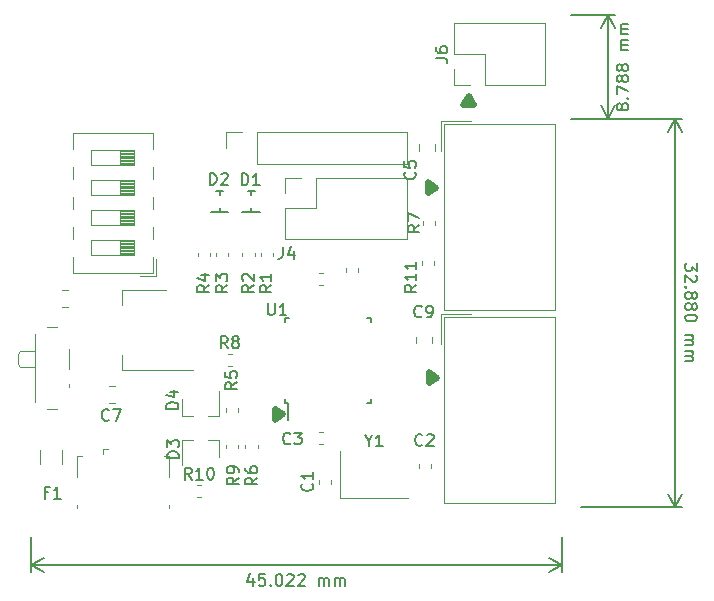
<source format=gbr>
G04 #@! TF.GenerationSoftware,KiCad,Pcbnew,(5.1.0-0)*
G04 #@! TF.CreationDate,2020-05-26T23:43:54-04:00*
G04 #@! TF.ProjectId,ROCKETasp_v3,524f434b-4554-4617-9370-5f76332e6b69,3.0*
G04 #@! TF.SameCoordinates,Original*
G04 #@! TF.FileFunction,Legend,Top*
G04 #@! TF.FilePolarity,Positive*
%FSLAX46Y46*%
G04 Gerber Fmt 4.6, Leading zero omitted, Abs format (unit mm)*
G04 Created by KiCad (PCBNEW (5.1.0-0)) date 2020-05-26 23:43:54*
%MOMM*%
%LPD*%
G04 APERTURE LIST*
%ADD10C,0.500000*%
%ADD11C,0.150000*%
%ADD12C,0.120000*%
G04 APERTURE END LIST*
D10*
X137160000Y-98158300D02*
X137604500Y-98856800D01*
X137604500Y-98856800D02*
X136690100Y-98856800D01*
X136690100Y-98856800D02*
X137160000Y-98158300D01*
D11*
X150088452Y-99119890D02*
X150040833Y-99215128D01*
X149993214Y-99262747D01*
X149897976Y-99310366D01*
X149850357Y-99310366D01*
X149755119Y-99262747D01*
X149707500Y-99215128D01*
X149659880Y-99119890D01*
X149659880Y-98929414D01*
X149707500Y-98834176D01*
X149755119Y-98786557D01*
X149850357Y-98738938D01*
X149897976Y-98738938D01*
X149993214Y-98786557D01*
X150040833Y-98834176D01*
X150088452Y-98929414D01*
X150088452Y-99119890D01*
X150136071Y-99215128D01*
X150183690Y-99262747D01*
X150278928Y-99310366D01*
X150469404Y-99310366D01*
X150564642Y-99262747D01*
X150612261Y-99215128D01*
X150659880Y-99119890D01*
X150659880Y-98929414D01*
X150612261Y-98834176D01*
X150564642Y-98786557D01*
X150469404Y-98738938D01*
X150278928Y-98738938D01*
X150183690Y-98786557D01*
X150136071Y-98834176D01*
X150088452Y-98929414D01*
X150564642Y-98310366D02*
X150612261Y-98262747D01*
X150659880Y-98310366D01*
X150612261Y-98357985D01*
X150564642Y-98310366D01*
X150659880Y-98310366D01*
X149659880Y-97929414D02*
X149659880Y-97262747D01*
X150659880Y-97691319D01*
X150088452Y-96738938D02*
X150040833Y-96834176D01*
X149993214Y-96881795D01*
X149897976Y-96929414D01*
X149850357Y-96929414D01*
X149755119Y-96881795D01*
X149707500Y-96834176D01*
X149659880Y-96738938D01*
X149659880Y-96548461D01*
X149707500Y-96453223D01*
X149755119Y-96405604D01*
X149850357Y-96357985D01*
X149897976Y-96357985D01*
X149993214Y-96405604D01*
X150040833Y-96453223D01*
X150088452Y-96548461D01*
X150088452Y-96738938D01*
X150136071Y-96834176D01*
X150183690Y-96881795D01*
X150278928Y-96929414D01*
X150469404Y-96929414D01*
X150564642Y-96881795D01*
X150612261Y-96834176D01*
X150659880Y-96738938D01*
X150659880Y-96548461D01*
X150612261Y-96453223D01*
X150564642Y-96405604D01*
X150469404Y-96357985D01*
X150278928Y-96357985D01*
X150183690Y-96405604D01*
X150136071Y-96453223D01*
X150088452Y-96548461D01*
X150088452Y-95786557D02*
X150040833Y-95881795D01*
X149993214Y-95929414D01*
X149897976Y-95977033D01*
X149850357Y-95977033D01*
X149755119Y-95929414D01*
X149707500Y-95881795D01*
X149659880Y-95786557D01*
X149659880Y-95596080D01*
X149707500Y-95500842D01*
X149755119Y-95453223D01*
X149850357Y-95405604D01*
X149897976Y-95405604D01*
X149993214Y-95453223D01*
X150040833Y-95500842D01*
X150088452Y-95596080D01*
X150088452Y-95786557D01*
X150136071Y-95881795D01*
X150183690Y-95929414D01*
X150278928Y-95977033D01*
X150469404Y-95977033D01*
X150564642Y-95929414D01*
X150612261Y-95881795D01*
X150659880Y-95786557D01*
X150659880Y-95596080D01*
X150612261Y-95500842D01*
X150564642Y-95453223D01*
X150469404Y-95405604D01*
X150278928Y-95405604D01*
X150183690Y-95453223D01*
X150136071Y-95500842D01*
X150088452Y-95596080D01*
X150659880Y-94215128D02*
X149993214Y-94215128D01*
X150088452Y-94215128D02*
X150040833Y-94167509D01*
X149993214Y-94072271D01*
X149993214Y-93929414D01*
X150040833Y-93834176D01*
X150136071Y-93786557D01*
X150659880Y-93786557D01*
X150136071Y-93786557D02*
X150040833Y-93738938D01*
X149993214Y-93643700D01*
X149993214Y-93500842D01*
X150040833Y-93405604D01*
X150136071Y-93357985D01*
X150659880Y-93357985D01*
X150659880Y-92881795D02*
X149993214Y-92881795D01*
X150088452Y-92881795D02*
X150040833Y-92834176D01*
X149993214Y-92738938D01*
X149993214Y-92596080D01*
X150040833Y-92500842D01*
X150136071Y-92453223D01*
X150659880Y-92453223D01*
X150136071Y-92453223D02*
X150040833Y-92405604D01*
X149993214Y-92310366D01*
X149993214Y-92167509D01*
X150040833Y-92072271D01*
X150136071Y-92024652D01*
X150659880Y-92024652D01*
X148907500Y-100037900D02*
X148907500Y-91249500D01*
X145834100Y-100037900D02*
X149493921Y-100037900D01*
X145834100Y-91249500D02*
X149493921Y-91249500D01*
X148907500Y-91249500D02*
X149493921Y-92376004D01*
X148907500Y-91249500D02*
X148321079Y-92376004D01*
X148907500Y-100037900D02*
X149493921Y-98911396D01*
X148907500Y-100037900D02*
X148321079Y-98911396D01*
X156444719Y-112287573D02*
X156444719Y-112906621D01*
X156063766Y-112573288D01*
X156063766Y-112716145D01*
X156016147Y-112811383D01*
X155968528Y-112859002D01*
X155873290Y-112906621D01*
X155635195Y-112906621D01*
X155539957Y-112859002D01*
X155492338Y-112811383D01*
X155444719Y-112716145D01*
X155444719Y-112430430D01*
X155492338Y-112335192D01*
X155539957Y-112287573D01*
X156349480Y-113287573D02*
X156397100Y-113335192D01*
X156444719Y-113430430D01*
X156444719Y-113668526D01*
X156397100Y-113763764D01*
X156349480Y-113811383D01*
X156254242Y-113859002D01*
X156159004Y-113859002D01*
X156016147Y-113811383D01*
X155444719Y-113239954D01*
X155444719Y-113859002D01*
X155539957Y-114287573D02*
X155492338Y-114335192D01*
X155444719Y-114287573D01*
X155492338Y-114239954D01*
X155539957Y-114287573D01*
X155444719Y-114287573D01*
X156016147Y-114906621D02*
X156063766Y-114811383D01*
X156111385Y-114763764D01*
X156206623Y-114716145D01*
X156254242Y-114716145D01*
X156349480Y-114763764D01*
X156397100Y-114811383D01*
X156444719Y-114906621D01*
X156444719Y-115097097D01*
X156397100Y-115192335D01*
X156349480Y-115239954D01*
X156254242Y-115287573D01*
X156206623Y-115287573D01*
X156111385Y-115239954D01*
X156063766Y-115192335D01*
X156016147Y-115097097D01*
X156016147Y-114906621D01*
X155968528Y-114811383D01*
X155920909Y-114763764D01*
X155825671Y-114716145D01*
X155635195Y-114716145D01*
X155539957Y-114763764D01*
X155492338Y-114811383D01*
X155444719Y-114906621D01*
X155444719Y-115097097D01*
X155492338Y-115192335D01*
X155539957Y-115239954D01*
X155635195Y-115287573D01*
X155825671Y-115287573D01*
X155920909Y-115239954D01*
X155968528Y-115192335D01*
X156016147Y-115097097D01*
X156016147Y-115859002D02*
X156063766Y-115763764D01*
X156111385Y-115716145D01*
X156206623Y-115668526D01*
X156254242Y-115668526D01*
X156349480Y-115716145D01*
X156397100Y-115763764D01*
X156444719Y-115859002D01*
X156444719Y-116049478D01*
X156397100Y-116144716D01*
X156349480Y-116192335D01*
X156254242Y-116239954D01*
X156206623Y-116239954D01*
X156111385Y-116192335D01*
X156063766Y-116144716D01*
X156016147Y-116049478D01*
X156016147Y-115859002D01*
X155968528Y-115763764D01*
X155920909Y-115716145D01*
X155825671Y-115668526D01*
X155635195Y-115668526D01*
X155539957Y-115716145D01*
X155492338Y-115763764D01*
X155444719Y-115859002D01*
X155444719Y-116049478D01*
X155492338Y-116144716D01*
X155539957Y-116192335D01*
X155635195Y-116239954D01*
X155825671Y-116239954D01*
X155920909Y-116192335D01*
X155968528Y-116144716D01*
X156016147Y-116049478D01*
X156444719Y-116859002D02*
X156444719Y-116954240D01*
X156397100Y-117049478D01*
X156349480Y-117097097D01*
X156254242Y-117144716D01*
X156063766Y-117192335D01*
X155825671Y-117192335D01*
X155635195Y-117144716D01*
X155539957Y-117097097D01*
X155492338Y-117049478D01*
X155444719Y-116954240D01*
X155444719Y-116859002D01*
X155492338Y-116763764D01*
X155539957Y-116716145D01*
X155635195Y-116668526D01*
X155825671Y-116620907D01*
X156063766Y-116620907D01*
X156254242Y-116668526D01*
X156349480Y-116716145D01*
X156397100Y-116763764D01*
X156444719Y-116859002D01*
X155444719Y-118382811D02*
X156111385Y-118382811D01*
X156016147Y-118382811D02*
X156063766Y-118430430D01*
X156111385Y-118525669D01*
X156111385Y-118668526D01*
X156063766Y-118763764D01*
X155968528Y-118811383D01*
X155444719Y-118811383D01*
X155968528Y-118811383D02*
X156063766Y-118859002D01*
X156111385Y-118954240D01*
X156111385Y-119097097D01*
X156063766Y-119192335D01*
X155968528Y-119239954D01*
X155444719Y-119239954D01*
X155444719Y-119716145D02*
X156111385Y-119716145D01*
X156016147Y-119716145D02*
X156063766Y-119763764D01*
X156111385Y-119859002D01*
X156111385Y-120001859D01*
X156063766Y-120097097D01*
X155968528Y-120144716D01*
X155444719Y-120144716D01*
X155968528Y-120144716D02*
X156063766Y-120192335D01*
X156111385Y-120287573D01*
X156111385Y-120430430D01*
X156063766Y-120525669D01*
X155968528Y-120573288D01*
X155444719Y-120573288D01*
X154597100Y-100037900D02*
X154597100Y-132918200D01*
X146659600Y-100037900D02*
X155183521Y-100037900D01*
X146659600Y-132918200D02*
X155183521Y-132918200D01*
X154597100Y-132918200D02*
X154010679Y-131791696D01*
X154597100Y-132918200D02*
X155183521Y-131791696D01*
X154597100Y-100037900D02*
X154010679Y-101164404D01*
X154597100Y-100037900D02*
X155183521Y-101164404D01*
X118881983Y-138918814D02*
X118881983Y-139585480D01*
X118643888Y-138537861D02*
X118405792Y-139252147D01*
X119024840Y-139252147D01*
X119881983Y-138585480D02*
X119405792Y-138585480D01*
X119358173Y-139061671D01*
X119405792Y-139014052D01*
X119501030Y-138966433D01*
X119739126Y-138966433D01*
X119834364Y-139014052D01*
X119881983Y-139061671D01*
X119929602Y-139156909D01*
X119929602Y-139395004D01*
X119881983Y-139490242D01*
X119834364Y-139537861D01*
X119739126Y-139585480D01*
X119501030Y-139585480D01*
X119405792Y-139537861D01*
X119358173Y-139490242D01*
X120358173Y-139490242D02*
X120405792Y-139537861D01*
X120358173Y-139585480D01*
X120310554Y-139537861D01*
X120358173Y-139490242D01*
X120358173Y-139585480D01*
X121024840Y-138585480D02*
X121120078Y-138585480D01*
X121215316Y-138633100D01*
X121262935Y-138680719D01*
X121310554Y-138775957D01*
X121358173Y-138966433D01*
X121358173Y-139204528D01*
X121310554Y-139395004D01*
X121262935Y-139490242D01*
X121215316Y-139537861D01*
X121120078Y-139585480D01*
X121024840Y-139585480D01*
X120929602Y-139537861D01*
X120881983Y-139490242D01*
X120834364Y-139395004D01*
X120786745Y-139204528D01*
X120786745Y-138966433D01*
X120834364Y-138775957D01*
X120881983Y-138680719D01*
X120929602Y-138633100D01*
X121024840Y-138585480D01*
X121739126Y-138680719D02*
X121786745Y-138633100D01*
X121881983Y-138585480D01*
X122120078Y-138585480D01*
X122215316Y-138633100D01*
X122262935Y-138680719D01*
X122310554Y-138775957D01*
X122310554Y-138871195D01*
X122262935Y-139014052D01*
X121691507Y-139585480D01*
X122310554Y-139585480D01*
X122691507Y-138680719D02*
X122739126Y-138633100D01*
X122834364Y-138585480D01*
X123072459Y-138585480D01*
X123167697Y-138633100D01*
X123215316Y-138680719D01*
X123262935Y-138775957D01*
X123262935Y-138871195D01*
X123215316Y-139014052D01*
X122643888Y-139585480D01*
X123262935Y-139585480D01*
X124453411Y-139585480D02*
X124453411Y-138918814D01*
X124453411Y-139014052D02*
X124501030Y-138966433D01*
X124596269Y-138918814D01*
X124739126Y-138918814D01*
X124834364Y-138966433D01*
X124881983Y-139061671D01*
X124881983Y-139585480D01*
X124881983Y-139061671D02*
X124929602Y-138966433D01*
X125024840Y-138918814D01*
X125167697Y-138918814D01*
X125262935Y-138966433D01*
X125310554Y-139061671D01*
X125310554Y-139585480D01*
X125786745Y-139585480D02*
X125786745Y-138918814D01*
X125786745Y-139014052D02*
X125834364Y-138966433D01*
X125929602Y-138918814D01*
X126072459Y-138918814D01*
X126167697Y-138966433D01*
X126215316Y-139061671D01*
X126215316Y-139585480D01*
X126215316Y-139061671D02*
X126262935Y-138966433D01*
X126358173Y-138918814D01*
X126501030Y-138918814D01*
X126596269Y-138966433D01*
X126643888Y-139061671D01*
X126643888Y-139585480D01*
X100037900Y-137833100D02*
X145059400Y-137833100D01*
X100037900Y-135483600D02*
X100037900Y-138419521D01*
X145059400Y-135483600D02*
X145059400Y-138419521D01*
X145059400Y-137833100D02*
X143932896Y-138419521D01*
X145059400Y-137833100D02*
X143932896Y-137246679D01*
X100037900Y-137833100D02*
X101164404Y-138419521D01*
X100037900Y-137833100D02*
X101164404Y-137246679D01*
D10*
X133705600Y-105397300D02*
X134404100Y-105867200D01*
X133705600Y-106311700D02*
X133705600Y-105397300D01*
X134404100Y-105867200D02*
X133705600Y-106311700D01*
X133781800Y-122415300D02*
X133781800Y-121500900D01*
X133781800Y-121500900D02*
X134480300Y-121970800D01*
X134480300Y-121970800D02*
X133781800Y-122415300D01*
X120708420Y-125498860D02*
X120708420Y-124584460D01*
X121427240Y-125067060D02*
X120728740Y-125511560D01*
X120728740Y-124597160D02*
X121427240Y-125067060D01*
D12*
X125452600Y-130934679D02*
X125452600Y-130609121D01*
X124432600Y-130934679D02*
X124432600Y-130609121D01*
X132903500Y-129250221D02*
X132903500Y-129575779D01*
X133923500Y-129250221D02*
X133923500Y-129575779D01*
X124469941Y-126563660D02*
X124795499Y-126563660D01*
X124469941Y-127583660D02*
X124795499Y-127583660D01*
X127738600Y-112702121D02*
X127738600Y-113027679D01*
X126718600Y-112702121D02*
X126718600Y-113027679D01*
X132894000Y-102217722D02*
X132894000Y-102734878D01*
X134314000Y-102217722D02*
X134314000Y-102734878D01*
X124457241Y-113111820D02*
X124782799Y-113111820D01*
X124457241Y-114131820D02*
X124782799Y-114131820D01*
X106675422Y-124103200D02*
X107192578Y-124103200D01*
X106675422Y-122683200D02*
X107192578Y-122683200D01*
X103192078Y-116000600D02*
X102674922Y-116000600D01*
X103192078Y-114580600D02*
X102674922Y-114580600D01*
X134060000Y-118486422D02*
X134060000Y-119003578D01*
X132640000Y-118486422D02*
X132640000Y-119003578D01*
D11*
X119479760Y-107943880D02*
X117979760Y-107943880D01*
X118729760Y-107878880D02*
X118729760Y-107628880D01*
X119029760Y-106128880D02*
X118429760Y-106128880D01*
X118729760Y-106178880D02*
X118729760Y-106478880D01*
X116037360Y-106178880D02*
X116037360Y-106478880D01*
X116337360Y-106128880D02*
X115737360Y-106128880D01*
X116037360Y-107878880D02*
X116037360Y-107628880D01*
X116787360Y-107943880D02*
X115287360Y-107943880D01*
D12*
X116007000Y-127230600D02*
X116007000Y-128690600D01*
X112847000Y-127230600D02*
X112847000Y-129390600D01*
X112847000Y-127230600D02*
X113777000Y-127230600D01*
X116007000Y-127230600D02*
X115077000Y-127230600D01*
X112834300Y-125220000D02*
X113764300Y-125220000D01*
X115994300Y-125220000D02*
X115064300Y-125220000D01*
X115994300Y-125220000D02*
X115994300Y-123060000D01*
X112834300Y-125220000D02*
X112834300Y-123760000D01*
X102700500Y-128074336D02*
X102700500Y-129278464D01*
X100880500Y-128074336D02*
X100880500Y-129278464D01*
X103961100Y-128564900D02*
X104411100Y-128564900D01*
X103961100Y-130414900D02*
X103961100Y-128564900D01*
X111761100Y-132964900D02*
X111761100Y-132714900D01*
X103961100Y-132964900D02*
X103961100Y-132714900D01*
X111761100Y-130414900D02*
X111761100Y-128564900D01*
X111761100Y-128564900D02*
X111311100Y-128564900D01*
X106161100Y-128014900D02*
X106611100Y-128014900D01*
X106161100Y-128014900D02*
X106161100Y-128464900D01*
X134825800Y-116548600D02*
X137365800Y-116548600D01*
X134825800Y-116548600D02*
X134825800Y-119088600D01*
X135075800Y-116798600D02*
X144425800Y-116798600D01*
X135075800Y-132578600D02*
X135075800Y-116798600D01*
X144425800Y-132578600D02*
X135075800Y-132578600D01*
X144425800Y-116798600D02*
X144425800Y-132578600D01*
X144425800Y-100466400D02*
X144425800Y-116246400D01*
X144425800Y-116246400D02*
X135075800Y-116246400D01*
X135075800Y-116246400D02*
X135075800Y-100466400D01*
X135075800Y-100466400D02*
X144425800Y-100466400D01*
X134825800Y-100216400D02*
X134825800Y-102756400D01*
X134825800Y-100216400D02*
X137365800Y-100216400D01*
X121593300Y-110219800D02*
X121593300Y-107619800D01*
X121593300Y-110219800D02*
X131873300Y-110219800D01*
X131873300Y-110219800D02*
X131873300Y-105019800D01*
X124193300Y-105019800D02*
X131873300Y-105019800D01*
X124193300Y-107619800D02*
X124193300Y-105019800D01*
X121593300Y-107619800D02*
X124193300Y-107619800D01*
X121593300Y-105019800D02*
X122923300Y-105019800D01*
X121593300Y-106349800D02*
X121593300Y-105019800D01*
X119179340Y-103849480D02*
X119179340Y-101189480D01*
X119179340Y-103849480D02*
X131939340Y-103849480D01*
X131939340Y-103849480D02*
X131939340Y-101189480D01*
X119179340Y-101189480D02*
X131939340Y-101189480D01*
X116579340Y-101189480D02*
X117909340Y-101189480D01*
X116579340Y-102519480D02*
X116579340Y-101189480D01*
X120545320Y-111376241D02*
X120545320Y-111701799D01*
X119525320Y-111376241D02*
X119525320Y-111701799D01*
X117981000Y-111368621D02*
X117981000Y-111694179D01*
X119001000Y-111368621D02*
X119001000Y-111694179D01*
X116753100Y-111371161D02*
X116753100Y-111696719D01*
X115733100Y-111371161D02*
X115733100Y-111696719D01*
X114181160Y-111373701D02*
X114181160Y-111699259D01*
X115201160Y-111373701D02*
X115201160Y-111699259D01*
X116545900Y-124838679D02*
X116545900Y-124513121D01*
X117565900Y-124838679D02*
X117565900Y-124513121D01*
X119255000Y-127629701D02*
X119255000Y-127955259D01*
X118235000Y-127629701D02*
X118235000Y-127955259D01*
X133233700Y-108727021D02*
X133233700Y-109052579D01*
X134253700Y-108727021D02*
X134253700Y-109052579D01*
X116735641Y-119939340D02*
X117061199Y-119939340D01*
X116735641Y-120959340D02*
X117061199Y-120959340D01*
X117604000Y-127955259D02*
X117604000Y-127629701D01*
X116584000Y-127955259D02*
X116584000Y-127629701D01*
X114149921Y-131062000D02*
X114475479Y-131062000D01*
X114149921Y-132082000D02*
X114475479Y-132082000D01*
X133182900Y-112067121D02*
X133182900Y-112392679D01*
X134202900Y-112067121D02*
X134202900Y-112392679D01*
X110415120Y-113095300D02*
X103595120Y-113095300D01*
X110415120Y-101255300D02*
X103595120Y-101255300D01*
X110415120Y-113095300D02*
X110415120Y-111785300D01*
X110415120Y-110185300D02*
X110415120Y-109245300D01*
X110415120Y-107645300D02*
X110415120Y-106705300D01*
X110415120Y-105105300D02*
X110415120Y-104165300D01*
X110415120Y-102565300D02*
X110415120Y-101255300D01*
X103595120Y-102565300D02*
X103595120Y-101255300D01*
X103595120Y-105105300D02*
X103595120Y-104165300D01*
X103595120Y-107645300D02*
X103595120Y-106705300D01*
X103595120Y-113095300D02*
X103595120Y-111785300D01*
X103595120Y-110185300D02*
X103595120Y-109245300D01*
X110655120Y-113335300D02*
X109272120Y-113335300D01*
X110655120Y-113335300D02*
X110655120Y-111952300D01*
X108815120Y-111620300D02*
X108815120Y-110350300D01*
X108815120Y-110350300D02*
X105195120Y-110350300D01*
X105195120Y-110350300D02*
X105195120Y-111620300D01*
X105195120Y-111620300D02*
X108815120Y-111620300D01*
X108815120Y-111500300D02*
X107608453Y-111500300D01*
X108815120Y-111380300D02*
X107608453Y-111380300D01*
X108815120Y-111260300D02*
X107608453Y-111260300D01*
X108815120Y-111140300D02*
X107608453Y-111140300D01*
X108815120Y-111020300D02*
X107608453Y-111020300D01*
X108815120Y-110900300D02*
X107608453Y-110900300D01*
X108815120Y-110780300D02*
X107608453Y-110780300D01*
X108815120Y-110660300D02*
X107608453Y-110660300D01*
X108815120Y-110540300D02*
X107608453Y-110540300D01*
X108815120Y-110420300D02*
X107608453Y-110420300D01*
X107608453Y-111620300D02*
X107608453Y-110350300D01*
X108815120Y-109080300D02*
X108815120Y-107810300D01*
X108815120Y-107810300D02*
X105195120Y-107810300D01*
X105195120Y-107810300D02*
X105195120Y-109080300D01*
X105195120Y-109080300D02*
X108815120Y-109080300D01*
X108815120Y-108960300D02*
X107608453Y-108960300D01*
X108815120Y-108840300D02*
X107608453Y-108840300D01*
X108815120Y-108720300D02*
X107608453Y-108720300D01*
X108815120Y-108600300D02*
X107608453Y-108600300D01*
X108815120Y-108480300D02*
X107608453Y-108480300D01*
X108815120Y-108360300D02*
X107608453Y-108360300D01*
X108815120Y-108240300D02*
X107608453Y-108240300D01*
X108815120Y-108120300D02*
X107608453Y-108120300D01*
X108815120Y-108000300D02*
X107608453Y-108000300D01*
X108815120Y-107880300D02*
X107608453Y-107880300D01*
X107608453Y-109080300D02*
X107608453Y-107810300D01*
X108815120Y-106540300D02*
X108815120Y-105270300D01*
X108815120Y-105270300D02*
X105195120Y-105270300D01*
X105195120Y-105270300D02*
X105195120Y-106540300D01*
X105195120Y-106540300D02*
X108815120Y-106540300D01*
X108815120Y-106420300D02*
X107608453Y-106420300D01*
X108815120Y-106300300D02*
X107608453Y-106300300D01*
X108815120Y-106180300D02*
X107608453Y-106180300D01*
X108815120Y-106060300D02*
X107608453Y-106060300D01*
X108815120Y-105940300D02*
X107608453Y-105940300D01*
X108815120Y-105820300D02*
X107608453Y-105820300D01*
X108815120Y-105700300D02*
X107608453Y-105700300D01*
X108815120Y-105580300D02*
X107608453Y-105580300D01*
X108815120Y-105460300D02*
X107608453Y-105460300D01*
X108815120Y-105340300D02*
X107608453Y-105340300D01*
X107608453Y-106540300D02*
X107608453Y-105270300D01*
X108815120Y-104000300D02*
X108815120Y-102730300D01*
X108815120Y-102730300D02*
X105195120Y-102730300D01*
X105195120Y-102730300D02*
X105195120Y-104000300D01*
X105195120Y-104000300D02*
X108815120Y-104000300D01*
X108815120Y-103880300D02*
X107608453Y-103880300D01*
X108815120Y-103760300D02*
X107608453Y-103760300D01*
X108815120Y-103640300D02*
X107608453Y-103640300D01*
X108815120Y-103520300D02*
X107608453Y-103520300D01*
X108815120Y-103400300D02*
X107608453Y-103400300D01*
X108815120Y-103280300D02*
X107608453Y-103280300D01*
X108815120Y-103160300D02*
X107608453Y-103160300D01*
X108815120Y-103040300D02*
X107608453Y-103040300D01*
X108815120Y-102920300D02*
X107608453Y-102920300D01*
X108815120Y-102800300D02*
X107608453Y-102800300D01*
X107608453Y-104000300D02*
X107608453Y-102730300D01*
X103304200Y-122532600D02*
X103304200Y-122732600D01*
X99164200Y-119732600D02*
X98954200Y-119932600D01*
X99164200Y-121032600D02*
X98954200Y-120832600D01*
X100454200Y-119732600D02*
X99164200Y-119732600D01*
X98954200Y-119932600D02*
X98954200Y-120832600D01*
X99164200Y-121032600D02*
X100454200Y-121032600D01*
X100454200Y-118282600D02*
X100454200Y-123982600D01*
X103304200Y-119532600D02*
X103304200Y-121232600D01*
X102254200Y-117682600D02*
X101464200Y-117682600D01*
X101464200Y-124582600D02*
X102254200Y-124582600D01*
D11*
X121622400Y-124135300D02*
X121847400Y-124135300D01*
X121622400Y-116885300D02*
X121947400Y-116885300D01*
X128872400Y-116885300D02*
X128547400Y-116885300D01*
X128872400Y-124135300D02*
X128547400Y-124135300D01*
X121622400Y-124135300D02*
X121622400Y-123810300D01*
X128872400Y-124135300D02*
X128872400Y-123810300D01*
X128872400Y-116885300D02*
X128872400Y-117210300D01*
X121622400Y-116885300D02*
X121622400Y-117210300D01*
X121847400Y-124135300D02*
X121847400Y-125560300D01*
D12*
X107754500Y-114522200D02*
X107754500Y-115782200D01*
X107754500Y-121342200D02*
X107754500Y-120082200D01*
X111514500Y-114522200D02*
X107754500Y-114522200D01*
X113764500Y-121342200D02*
X107754500Y-121342200D01*
X126233600Y-128136900D02*
X126233600Y-132136900D01*
X126233600Y-132136900D02*
X132033600Y-132136900D01*
X143620800Y-97176900D02*
X143620800Y-91976900D01*
X138480800Y-97176900D02*
X143620800Y-97176900D01*
X135880800Y-91976900D02*
X143620800Y-91976900D01*
X138480800Y-97176900D02*
X138480800Y-94576900D01*
X138480800Y-94576900D02*
X135880800Y-94576900D01*
X135880800Y-94576900D02*
X135880800Y-91976900D01*
X137210800Y-97176900D02*
X135880800Y-97176900D01*
X135880800Y-97176900D02*
X135880800Y-95846900D01*
D11*
X123869742Y-130938566D02*
X123917361Y-130986185D01*
X123964980Y-131129042D01*
X123964980Y-131224280D01*
X123917361Y-131367138D01*
X123822123Y-131462376D01*
X123726885Y-131509995D01*
X123536409Y-131557614D01*
X123393552Y-131557614D01*
X123203076Y-131509995D01*
X123107838Y-131462376D01*
X123012600Y-131367138D01*
X122964980Y-131224280D01*
X122964980Y-131129042D01*
X123012600Y-130986185D01*
X123060219Y-130938566D01*
X123964980Y-129986185D02*
X123964980Y-130557614D01*
X123964980Y-130271900D02*
X122964980Y-130271900D01*
X123107838Y-130367138D01*
X123203076Y-130462376D01*
X123250695Y-130557614D01*
X133211273Y-127651782D02*
X133163654Y-127699401D01*
X133020797Y-127747020D01*
X132925559Y-127747020D01*
X132782701Y-127699401D01*
X132687463Y-127604163D01*
X132639844Y-127508925D01*
X132592225Y-127318449D01*
X132592225Y-127175592D01*
X132639844Y-126985116D01*
X132687463Y-126889878D01*
X132782701Y-126794640D01*
X132925559Y-126747020D01*
X133020797Y-126747020D01*
X133163654Y-126794640D01*
X133211273Y-126842259D01*
X133592225Y-126842259D02*
X133639844Y-126794640D01*
X133735082Y-126747020D01*
X133973178Y-126747020D01*
X134068416Y-126794640D01*
X134116035Y-126842259D01*
X134163654Y-126937497D01*
X134163654Y-127032735D01*
X134116035Y-127175592D01*
X133544606Y-127747020D01*
X134163654Y-127747020D01*
X122037813Y-127522242D02*
X121990194Y-127569861D01*
X121847337Y-127617480D01*
X121752099Y-127617480D01*
X121609241Y-127569861D01*
X121514003Y-127474623D01*
X121466384Y-127379385D01*
X121418765Y-127188909D01*
X121418765Y-127046052D01*
X121466384Y-126855576D01*
X121514003Y-126760338D01*
X121609241Y-126665100D01*
X121752099Y-126617480D01*
X121847337Y-126617480D01*
X121990194Y-126665100D01*
X122037813Y-126712719D01*
X122371146Y-126617480D02*
X122990194Y-126617480D01*
X122656860Y-126998433D01*
X122799718Y-126998433D01*
X122894956Y-127046052D01*
X122942575Y-127093671D01*
X122990194Y-127188909D01*
X122990194Y-127427004D01*
X122942575Y-127522242D01*
X122894956Y-127569861D01*
X122799718Y-127617480D01*
X122514003Y-127617480D01*
X122418765Y-127569861D01*
X122371146Y-127522242D01*
X132564142Y-104553046D02*
X132611761Y-104600665D01*
X132659380Y-104743522D01*
X132659380Y-104838760D01*
X132611761Y-104981618D01*
X132516523Y-105076856D01*
X132421285Y-105124475D01*
X132230809Y-105172094D01*
X132087952Y-105172094D01*
X131897476Y-105124475D01*
X131802238Y-105076856D01*
X131707000Y-104981618D01*
X131659380Y-104838760D01*
X131659380Y-104743522D01*
X131707000Y-104600665D01*
X131754619Y-104553046D01*
X131659380Y-103648284D02*
X131659380Y-104124475D01*
X132135571Y-104172094D01*
X132087952Y-104124475D01*
X132040333Y-104029237D01*
X132040333Y-103791141D01*
X132087952Y-103695903D01*
X132135571Y-103648284D01*
X132230809Y-103600665D01*
X132468904Y-103600665D01*
X132564142Y-103648284D01*
X132611761Y-103695903D01*
X132659380Y-103791141D01*
X132659380Y-104029237D01*
X132611761Y-104124475D01*
X132564142Y-104172094D01*
X106665733Y-125528342D02*
X106618114Y-125575961D01*
X106475257Y-125623580D01*
X106380019Y-125623580D01*
X106237161Y-125575961D01*
X106141923Y-125480723D01*
X106094304Y-125385485D01*
X106046685Y-125195009D01*
X106046685Y-125052152D01*
X106094304Y-124861676D01*
X106141923Y-124766438D01*
X106237161Y-124671200D01*
X106380019Y-124623580D01*
X106475257Y-124623580D01*
X106618114Y-124671200D01*
X106665733Y-124718819D01*
X106999066Y-124623580D02*
X107665733Y-124623580D01*
X107237161Y-125623580D01*
X133145233Y-116760262D02*
X133097614Y-116807881D01*
X132954757Y-116855500D01*
X132859519Y-116855500D01*
X132716661Y-116807881D01*
X132621423Y-116712643D01*
X132573804Y-116617405D01*
X132526185Y-116426929D01*
X132526185Y-116284072D01*
X132573804Y-116093596D01*
X132621423Y-115998358D01*
X132716661Y-115903120D01*
X132859519Y-115855500D01*
X132954757Y-115855500D01*
X133097614Y-115903120D01*
X133145233Y-115950739D01*
X133621423Y-116855500D02*
X133811900Y-116855500D01*
X133907138Y-116807881D01*
X133954757Y-116760262D01*
X134049995Y-116617405D01*
X134097614Y-116426929D01*
X134097614Y-116045977D01*
X134049995Y-115950739D01*
X134002376Y-115903120D01*
X133907138Y-115855500D01*
X133716661Y-115855500D01*
X133621423Y-115903120D01*
X133573804Y-115950739D01*
X133526185Y-116045977D01*
X133526185Y-116284072D01*
X133573804Y-116379310D01*
X133621423Y-116426929D01*
X133716661Y-116474548D01*
X133907138Y-116474548D01*
X134002376Y-116426929D01*
X134049995Y-116379310D01*
X134097614Y-116284072D01*
X117907844Y-105671880D02*
X117907844Y-104671880D01*
X118145940Y-104671880D01*
X118288797Y-104719500D01*
X118384035Y-104814738D01*
X118431654Y-104909976D01*
X118479273Y-105100452D01*
X118479273Y-105243309D01*
X118431654Y-105433785D01*
X118384035Y-105529023D01*
X118288797Y-105624261D01*
X118145940Y-105671880D01*
X117907844Y-105671880D01*
X119431654Y-105671880D02*
X118860225Y-105671880D01*
X119145940Y-105671880D02*
X119145940Y-104671880D01*
X119050701Y-104814738D01*
X118955463Y-104909976D01*
X118860225Y-104957595D01*
X115220524Y-105631240D02*
X115220524Y-104631240D01*
X115458620Y-104631240D01*
X115601477Y-104678860D01*
X115696715Y-104774098D01*
X115744334Y-104869336D01*
X115791953Y-105059812D01*
X115791953Y-105202669D01*
X115744334Y-105393145D01*
X115696715Y-105488383D01*
X115601477Y-105583621D01*
X115458620Y-105631240D01*
X115220524Y-105631240D01*
X116172905Y-104726479D02*
X116220524Y-104678860D01*
X116315762Y-104631240D01*
X116553858Y-104631240D01*
X116649096Y-104678860D01*
X116696715Y-104726479D01*
X116744334Y-104821717D01*
X116744334Y-104916955D01*
X116696715Y-105059812D01*
X116125286Y-105631240D01*
X116744334Y-105631240D01*
X112588300Y-128769335D02*
X111588300Y-128769335D01*
X111588300Y-128531240D01*
X111635920Y-128388382D01*
X111731158Y-128293144D01*
X111826396Y-128245525D01*
X112016872Y-128197906D01*
X112159729Y-128197906D01*
X112350205Y-128245525D01*
X112445443Y-128293144D01*
X112540681Y-128388382D01*
X112588300Y-128531240D01*
X112588300Y-128769335D01*
X111588300Y-127864573D02*
X111588300Y-127245525D01*
X111969253Y-127578859D01*
X111969253Y-127436001D01*
X112016872Y-127340763D01*
X112064491Y-127293144D01*
X112159729Y-127245525D01*
X112397824Y-127245525D01*
X112493062Y-127293144D01*
X112540681Y-127340763D01*
X112588300Y-127436001D01*
X112588300Y-127721716D01*
X112540681Y-127816954D01*
X112493062Y-127864573D01*
X112545120Y-124591035D02*
X111545120Y-124591035D01*
X111545120Y-124352940D01*
X111592740Y-124210082D01*
X111687978Y-124114844D01*
X111783216Y-124067225D01*
X111973692Y-124019606D01*
X112116549Y-124019606D01*
X112307025Y-124067225D01*
X112402263Y-124114844D01*
X112497501Y-124210082D01*
X112545120Y-124352940D01*
X112545120Y-124591035D01*
X111878454Y-123162463D02*
X112545120Y-123162463D01*
X111497501Y-123400559D02*
X112211787Y-123638654D01*
X112211787Y-123019606D01*
X101558766Y-131678371D02*
X101225433Y-131678371D01*
X101225433Y-132202180D02*
X101225433Y-131202180D01*
X101701623Y-131202180D01*
X102606385Y-132202180D02*
X102034957Y-132202180D01*
X102320671Y-132202180D02*
X102320671Y-131202180D01*
X102225433Y-131345038D01*
X102130195Y-131440276D01*
X102034957Y-131487895D01*
X121398706Y-110879640D02*
X121398706Y-111593926D01*
X121351087Y-111736783D01*
X121255849Y-111832021D01*
X121112992Y-111879640D01*
X121017754Y-111879640D01*
X122303468Y-111212974D02*
X122303468Y-111879640D01*
X122065373Y-110832021D02*
X121827278Y-111546307D01*
X122446325Y-111546307D01*
X120431820Y-114121226D02*
X119955630Y-114454560D01*
X120431820Y-114692655D02*
X119431820Y-114692655D01*
X119431820Y-114311702D01*
X119479440Y-114216464D01*
X119527059Y-114168845D01*
X119622297Y-114121226D01*
X119765154Y-114121226D01*
X119860392Y-114168845D01*
X119908011Y-114216464D01*
X119955630Y-114311702D01*
X119955630Y-114692655D01*
X120431820Y-113168845D02*
X120431820Y-113740274D01*
X120431820Y-113454560D02*
X119431820Y-113454560D01*
X119574678Y-113549798D01*
X119669916Y-113645036D01*
X119717535Y-113740274D01*
X118951000Y-114128846D02*
X118474810Y-114462180D01*
X118951000Y-114700275D02*
X117951000Y-114700275D01*
X117951000Y-114319322D01*
X117998620Y-114224084D01*
X118046239Y-114176465D01*
X118141477Y-114128846D01*
X118284334Y-114128846D01*
X118379572Y-114176465D01*
X118427191Y-114224084D01*
X118474810Y-114319322D01*
X118474810Y-114700275D01*
X118046239Y-113747894D02*
X117998620Y-113700275D01*
X117951000Y-113605037D01*
X117951000Y-113366941D01*
X117998620Y-113271703D01*
X118046239Y-113224084D01*
X118141477Y-113176465D01*
X118236715Y-113176465D01*
X118379572Y-113224084D01*
X118951000Y-113795513D01*
X118951000Y-113176465D01*
X116700560Y-114118686D02*
X116224370Y-114452020D01*
X116700560Y-114690115D02*
X115700560Y-114690115D01*
X115700560Y-114309162D01*
X115748180Y-114213924D01*
X115795799Y-114166305D01*
X115891037Y-114118686D01*
X116033894Y-114118686D01*
X116129132Y-114166305D01*
X116176751Y-114213924D01*
X116224370Y-114309162D01*
X116224370Y-114690115D01*
X115700560Y-113785353D02*
X115700560Y-113166305D01*
X116081513Y-113499639D01*
X116081513Y-113356781D01*
X116129132Y-113261543D01*
X116176751Y-113213924D01*
X116271989Y-113166305D01*
X116510084Y-113166305D01*
X116605322Y-113213924D01*
X116652941Y-113261543D01*
X116700560Y-113356781D01*
X116700560Y-113642496D01*
X116652941Y-113737734D01*
X116605322Y-113785353D01*
X115163860Y-114121226D02*
X114687670Y-114454560D01*
X115163860Y-114692655D02*
X114163860Y-114692655D01*
X114163860Y-114311702D01*
X114211480Y-114216464D01*
X114259099Y-114168845D01*
X114354337Y-114121226D01*
X114497194Y-114121226D01*
X114592432Y-114168845D01*
X114640051Y-114216464D01*
X114687670Y-114311702D01*
X114687670Y-114692655D01*
X114497194Y-113264083D02*
X115163860Y-113264083D01*
X114116241Y-113502179D02*
X114830527Y-113740274D01*
X114830527Y-113121226D01*
X117505740Y-122363526D02*
X117029550Y-122696860D01*
X117505740Y-122934955D02*
X116505740Y-122934955D01*
X116505740Y-122554002D01*
X116553360Y-122458764D01*
X116600979Y-122411145D01*
X116696217Y-122363526D01*
X116839074Y-122363526D01*
X116934312Y-122411145D01*
X116981931Y-122458764D01*
X117029550Y-122554002D01*
X117029550Y-122934955D01*
X116505740Y-121458764D02*
X116505740Y-121934955D01*
X116981931Y-121982574D01*
X116934312Y-121934955D01*
X116886693Y-121839717D01*
X116886693Y-121601621D01*
X116934312Y-121506383D01*
X116981931Y-121458764D01*
X117077169Y-121411145D01*
X117315264Y-121411145D01*
X117410502Y-121458764D01*
X117458121Y-121506383D01*
X117505740Y-121601621D01*
X117505740Y-121839717D01*
X117458121Y-121934955D01*
X117410502Y-121982574D01*
X119235480Y-130428026D02*
X118759290Y-130761360D01*
X119235480Y-130999455D02*
X118235480Y-130999455D01*
X118235480Y-130618502D01*
X118283100Y-130523264D01*
X118330719Y-130475645D01*
X118425957Y-130428026D01*
X118568814Y-130428026D01*
X118664052Y-130475645D01*
X118711671Y-130523264D01*
X118759290Y-130618502D01*
X118759290Y-130999455D01*
X118235480Y-129570883D02*
X118235480Y-129761360D01*
X118283100Y-129856598D01*
X118330719Y-129904217D01*
X118473576Y-129999455D01*
X118664052Y-130047074D01*
X119045004Y-130047074D01*
X119140242Y-129999455D01*
X119187861Y-129951836D01*
X119235480Y-129856598D01*
X119235480Y-129666121D01*
X119187861Y-129570883D01*
X119140242Y-129523264D01*
X119045004Y-129475645D01*
X118806909Y-129475645D01*
X118711671Y-129523264D01*
X118664052Y-129570883D01*
X118616433Y-129666121D01*
X118616433Y-129856598D01*
X118664052Y-129951836D01*
X118711671Y-129999455D01*
X118806909Y-130047074D01*
X132964180Y-109036146D02*
X132487990Y-109369480D01*
X132964180Y-109607575D02*
X131964180Y-109607575D01*
X131964180Y-109226622D01*
X132011800Y-109131384D01*
X132059419Y-109083765D01*
X132154657Y-109036146D01*
X132297514Y-109036146D01*
X132392752Y-109083765D01*
X132440371Y-109131384D01*
X132487990Y-109226622D01*
X132487990Y-109607575D01*
X131964180Y-108702813D02*
X131964180Y-108036146D01*
X132964180Y-108464718D01*
X116731753Y-119471720D02*
X116398420Y-118995530D01*
X116160324Y-119471720D02*
X116160324Y-118471720D01*
X116541277Y-118471720D01*
X116636515Y-118519340D01*
X116684134Y-118566959D01*
X116731753Y-118662197D01*
X116731753Y-118805054D01*
X116684134Y-118900292D01*
X116636515Y-118947911D01*
X116541277Y-118995530D01*
X116160324Y-118995530D01*
X117303181Y-118900292D02*
X117207943Y-118852673D01*
X117160324Y-118805054D01*
X117112705Y-118709816D01*
X117112705Y-118662197D01*
X117160324Y-118566959D01*
X117207943Y-118519340D01*
X117303181Y-118471720D01*
X117493658Y-118471720D01*
X117588896Y-118519340D01*
X117636515Y-118566959D01*
X117684134Y-118662197D01*
X117684134Y-118709816D01*
X117636515Y-118805054D01*
X117588896Y-118852673D01*
X117493658Y-118900292D01*
X117303181Y-118900292D01*
X117207943Y-118947911D01*
X117160324Y-118995530D01*
X117112705Y-119090768D01*
X117112705Y-119281244D01*
X117160324Y-119376482D01*
X117207943Y-119424101D01*
X117303181Y-119471720D01*
X117493658Y-119471720D01*
X117588896Y-119424101D01*
X117636515Y-119376482D01*
X117684134Y-119281244D01*
X117684134Y-119090768D01*
X117636515Y-118995530D01*
X117588896Y-118947911D01*
X117493658Y-118900292D01*
X117663220Y-130428026D02*
X117187030Y-130761360D01*
X117663220Y-130999455D02*
X116663220Y-130999455D01*
X116663220Y-130618502D01*
X116710840Y-130523264D01*
X116758459Y-130475645D01*
X116853697Y-130428026D01*
X116996554Y-130428026D01*
X117091792Y-130475645D01*
X117139411Y-130523264D01*
X117187030Y-130618502D01*
X117187030Y-130999455D01*
X117663220Y-129951836D02*
X117663220Y-129761360D01*
X117615601Y-129666121D01*
X117567982Y-129618502D01*
X117425125Y-129523264D01*
X117234649Y-129475645D01*
X116853697Y-129475645D01*
X116758459Y-129523264D01*
X116710840Y-129570883D01*
X116663220Y-129666121D01*
X116663220Y-129856598D01*
X116710840Y-129951836D01*
X116758459Y-129999455D01*
X116853697Y-130047074D01*
X117091792Y-130047074D01*
X117187030Y-129999455D01*
X117234649Y-129951836D01*
X117282268Y-129856598D01*
X117282268Y-129666121D01*
X117234649Y-129570883D01*
X117187030Y-129523264D01*
X117091792Y-129475645D01*
X113669842Y-130594380D02*
X113336509Y-130118190D01*
X113098414Y-130594380D02*
X113098414Y-129594380D01*
X113479366Y-129594380D01*
X113574604Y-129642000D01*
X113622223Y-129689619D01*
X113669842Y-129784857D01*
X113669842Y-129927714D01*
X113622223Y-130022952D01*
X113574604Y-130070571D01*
X113479366Y-130118190D01*
X113098414Y-130118190D01*
X114622223Y-130594380D02*
X114050795Y-130594380D01*
X114336509Y-130594380D02*
X114336509Y-129594380D01*
X114241271Y-129737238D01*
X114146033Y-129832476D01*
X114050795Y-129880095D01*
X115241271Y-129594380D02*
X115336509Y-129594380D01*
X115431747Y-129642000D01*
X115479366Y-129689619D01*
X115526985Y-129784857D01*
X115574604Y-129975333D01*
X115574604Y-130213428D01*
X115526985Y-130403904D01*
X115479366Y-130499142D01*
X115431747Y-130546761D01*
X115336509Y-130594380D01*
X115241271Y-130594380D01*
X115146033Y-130546761D01*
X115098414Y-130499142D01*
X115050795Y-130403904D01*
X115003176Y-130213428D01*
X115003176Y-129975333D01*
X115050795Y-129784857D01*
X115098414Y-129689619D01*
X115146033Y-129642000D01*
X115241271Y-129594380D01*
X132702560Y-114102117D02*
X132226370Y-114435450D01*
X132702560Y-114673545D02*
X131702560Y-114673545D01*
X131702560Y-114292593D01*
X131750180Y-114197355D01*
X131797799Y-114149736D01*
X131893037Y-114102117D01*
X132035894Y-114102117D01*
X132131132Y-114149736D01*
X132178751Y-114197355D01*
X132226370Y-114292593D01*
X132226370Y-114673545D01*
X132702560Y-113149736D02*
X132702560Y-113721164D01*
X132702560Y-113435450D02*
X131702560Y-113435450D01*
X131845418Y-113530688D01*
X131940656Y-113625926D01*
X131988275Y-113721164D01*
X132702560Y-112197355D02*
X132702560Y-112768783D01*
X132702560Y-112483069D02*
X131702560Y-112483069D01*
X131845418Y-112578307D01*
X131940656Y-112673545D01*
X131988275Y-112768783D01*
X120129395Y-115654840D02*
X120129395Y-116464364D01*
X120177014Y-116559602D01*
X120224633Y-116607221D01*
X120319871Y-116654840D01*
X120510347Y-116654840D01*
X120605585Y-116607221D01*
X120653204Y-116559602D01*
X120700823Y-116464364D01*
X120700823Y-115654840D01*
X121700823Y-116654840D02*
X121129395Y-116654840D01*
X121415109Y-116654840D02*
X121415109Y-115654840D01*
X121319871Y-115797698D01*
X121224633Y-115892936D01*
X121129395Y-115940555D01*
X128657409Y-127313090D02*
X128657409Y-127789280D01*
X128324076Y-126789280D02*
X128657409Y-127313090D01*
X128990742Y-126789280D01*
X129847885Y-127789280D02*
X129276457Y-127789280D01*
X129562171Y-127789280D02*
X129562171Y-126789280D01*
X129466933Y-126932138D01*
X129371695Y-127027376D01*
X129276457Y-127074995D01*
X134333180Y-94910233D02*
X135047466Y-94910233D01*
X135190323Y-94957852D01*
X135285561Y-95053090D01*
X135333180Y-95195947D01*
X135333180Y-95291185D01*
X134333180Y-94005471D02*
X134333180Y-94195947D01*
X134380800Y-94291185D01*
X134428419Y-94338804D01*
X134571276Y-94434042D01*
X134761752Y-94481661D01*
X135142704Y-94481661D01*
X135237942Y-94434042D01*
X135285561Y-94386423D01*
X135333180Y-94291185D01*
X135333180Y-94100709D01*
X135285561Y-94005471D01*
X135237942Y-93957852D01*
X135142704Y-93910233D01*
X134904609Y-93910233D01*
X134809371Y-93957852D01*
X134761752Y-94005471D01*
X134714133Y-94100709D01*
X134714133Y-94291185D01*
X134761752Y-94386423D01*
X134809371Y-94434042D01*
X134904609Y-94481661D01*
M02*

</source>
